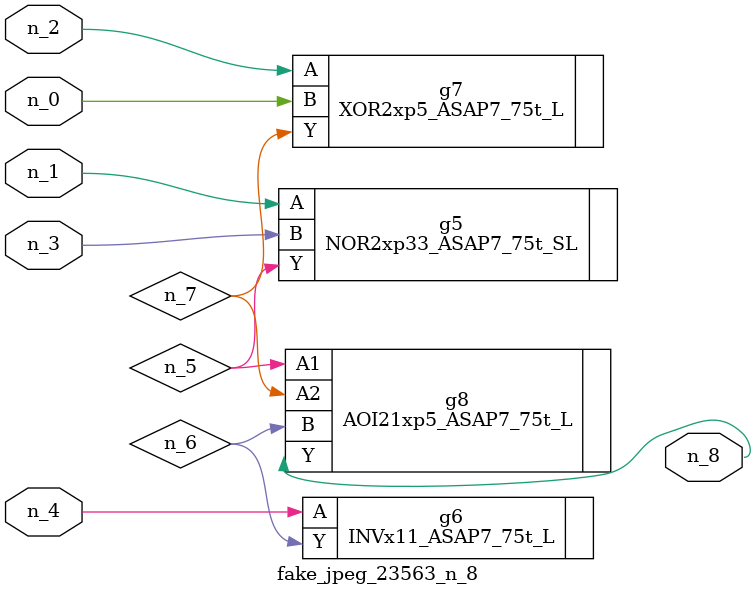
<source format=v>
module fake_jpeg_23563_n_8 (n_3, n_2, n_1, n_0, n_4, n_8);

input n_3;
input n_2;
input n_1;
input n_0;
input n_4;

output n_8;

wire n_6;
wire n_5;
wire n_7;

NOR2xp33_ASAP7_75t_SL g5 ( 
.A(n_1),
.B(n_3),
.Y(n_5)
);

INVx11_ASAP7_75t_L g6 ( 
.A(n_4),
.Y(n_6)
);

XOR2xp5_ASAP7_75t_L g7 ( 
.A(n_2),
.B(n_0),
.Y(n_7)
);

AOI21xp5_ASAP7_75t_L g8 ( 
.A1(n_5),
.A2(n_7),
.B(n_6),
.Y(n_8)
);


endmodule
</source>
